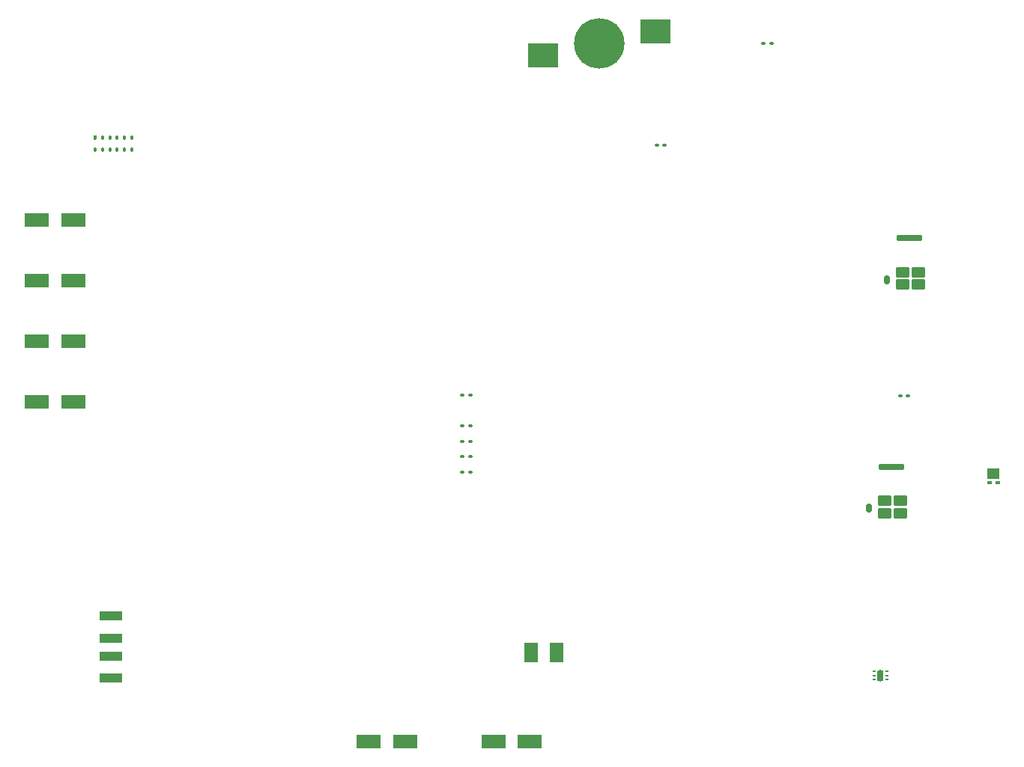
<source format=gbr>
%TF.GenerationSoftware,KiCad,Pcbnew,9.0.2*%
%TF.CreationDate,2025-05-15T00:42:05-04:00*%
%TF.ProjectId,ProjectScematic_PCBv2,50726f6a-6563-4745-9363-656d61746963,rev?*%
%TF.SameCoordinates,Original*%
%TF.FileFunction,Paste,Top*%
%TF.FilePolarity,Positive*%
%FSLAX46Y46*%
G04 Gerber Fmt 4.6, Leading zero omitted, Abs format (unit mm)*
G04 Created by KiCad (PCBNEW 9.0.2) date 2025-05-15 00:42:05*
%MOMM*%
%LPD*%
G01*
G04 APERTURE LIST*
G04 Aperture macros list*
%AMRoundRect*
0 Rectangle with rounded corners*
0 $1 Rounding radius*
0 $2 $3 $4 $5 $6 $7 $8 $9 X,Y pos of 4 corners*
0 Add a 4 corners polygon primitive as box body*
4,1,4,$2,$3,$4,$5,$6,$7,$8,$9,$2,$3,0*
0 Add four circle primitives for the rounded corners*
1,1,$1+$1,$2,$3*
1,1,$1+$1,$4,$5*
1,1,$1+$1,$6,$7*
1,1,$1+$1,$8,$9*
0 Add four rect primitives between the rounded corners*
20,1,$1+$1,$2,$3,$4,$5,0*
20,1,$1+$1,$4,$5,$6,$7,0*
20,1,$1+$1,$6,$7,$8,$9,0*
20,1,$1+$1,$8,$9,$2,$3,0*%
%AMOutline5P*
0 Free polygon, 5 corners , with rotation*
0 The origin of the aperture is its center*
0 number of corners: always 5*
0 $1 to $10 corner X, Y*
0 $11 Rotation angle, in degrees counterclockwise*
0 create outline with 5 corners*
4,1,5,$1,$2,$3,$4,$5,$6,$7,$8,$9,$10,$1,$2,$11*%
%AMOutline6P*
0 Free polygon, 6 corners , with rotation*
0 The origin of the aperture is its center*
0 number of corners: always 6*
0 $1 to $12 corner X, Y*
0 $13 Rotation angle, in degrees counterclockwise*
0 create outline with 6 corners*
4,1,6,$1,$2,$3,$4,$5,$6,$7,$8,$9,$10,$11,$12,$1,$2,$13*%
%AMOutline7P*
0 Free polygon, 7 corners , with rotation*
0 The origin of the aperture is its center*
0 number of corners: always 7*
0 $1 to $14 corner X, Y*
0 $15 Rotation angle, in degrees counterclockwise*
0 create outline with 7 corners*
4,1,7,$1,$2,$3,$4,$5,$6,$7,$8,$9,$10,$11,$12,$13,$14,$1,$2,$15*%
%AMOutline8P*
0 Free polygon, 8 corners , with rotation*
0 The origin of the aperture is its center*
0 number of corners: always 8*
0 $1 to $16 corner X, Y*
0 $17 Rotation angle, in degrees counterclockwise*
0 create outline with 8 corners*
4,1,8,$1,$2,$3,$4,$5,$6,$7,$8,$9,$10,$11,$12,$13,$14,$15,$16,$1,$2,$17*%
%AMFreePoly0*
4,1,14,0.100000,0.600000,0.350000,0.600000,0.350000,-0.600000,0.100000,-0.600000,0.100000,-0.650000,-0.100000,-0.650000,-0.100000,-0.600000,-0.350000,-0.600000,-0.350000,0.450000,-0.200000,0.600000,-0.100000,0.600000,-0.100000,0.650000,0.100000,0.650000,0.100000,0.600000,0.100000,0.600000,$1*%
G04 Aperture macros list end*
%ADD10Outline5P,-0.250000X0.175000X0.152000X0.175000X0.250000X0.077000X0.250000X-0.175000X-0.250000X-0.175000X270.000000*%
%ADD11RoundRect,0.087500X-0.087500X0.162500X-0.087500X-0.162500X0.087500X-0.162500X0.087500X0.162500X0*%
%ADD12RoundRect,0.062500X-0.112500X-0.062500X0.112500X-0.062500X0.112500X0.062500X-0.112500X0.062500X0*%
%ADD13FreePoly0,0.000000*%
%ADD14R,0.550000X0.380000*%
%ADD15R,1.400000X1.200000*%
%ADD16R,3.500000X2.700000*%
%ADD17C,5.700000*%
%ADD18RoundRect,0.250000X-1.137500X-0.550000X1.137500X-0.550000X1.137500X0.550000X-1.137500X0.550000X0*%
%ADD19RoundRect,0.090000X-0.139000X-0.090000X0.139000X-0.090000X0.139000X0.090000X-0.139000X0.090000X0*%
%ADD20R,1.550000X2.200000*%
%ADD21R,2.500000X1.100000*%
%ADD22RoundRect,0.250000X-0.540000X-0.367500X0.540000X-0.367500X0.540000X0.367500X-0.540000X0.367500X0*%
%ADD23RoundRect,0.150000X-1.315000X-0.150000X1.315000X-0.150000X1.315000X0.150000X-1.315000X0.150000X0*%
%ADD24RoundRect,0.150000X-0.150000X-0.350000X0.150000X-0.350000X0.150000X0.350000X-0.150000X0.350000X0*%
G04 APERTURE END LIST*
D10*
%TO.C,J1*%
X68000000Y-65690000D03*
D11*
X68820000Y-65690000D03*
X69640000Y-65690000D03*
X70460000Y-65690000D03*
X71280000Y-65690000D03*
X72100000Y-65690000D03*
X72100000Y-67000000D03*
X71280000Y-67000000D03*
X70460000Y-67000000D03*
X69640000Y-67000000D03*
X68820000Y-67000000D03*
X68000000Y-67000000D03*
%TD*%
D12*
%TO.C,RF1*%
X156000000Y-126000000D03*
X156000000Y-126500000D03*
X156000000Y-127000000D03*
X157450000Y-127000000D03*
X157450000Y-126500000D03*
X157450000Y-126000000D03*
D13*
X156725000Y-126500000D03*
%TD*%
D14*
%TO.C,DIO3*%
X169980000Y-104692500D03*
X169080000Y-104692500D03*
D15*
X169530000Y-103652500D03*
%TD*%
D16*
%TO.C,D4*%
X118650000Y-56350000D03*
X131350000Y-53650000D03*
D17*
X125000000Y-55000000D03*
%TD*%
D18*
%TO.C,C1*%
X113000000Y-134000000D03*
X117125000Y-134000000D03*
%TD*%
D19*
%TO.C,R1*%
X131475000Y-66500000D03*
X132340000Y-66500000D03*
%TD*%
D18*
%TO.C,C5*%
X61375000Y-88700000D03*
X65500000Y-88700000D03*
%TD*%
D19*
%TO.C,R6*%
X109500000Y-101750000D03*
X110365000Y-101750000D03*
%TD*%
D18*
%TO.C,C3*%
X61375000Y-75000000D03*
X65500000Y-75000000D03*
%TD*%
%TO.C,C2*%
X98875000Y-134000000D03*
X103000000Y-134000000D03*
%TD*%
D19*
%TO.C,R7*%
X109500000Y-103500000D03*
X110365000Y-103500000D03*
%TD*%
%TO.C,R5*%
X109500000Y-100000000D03*
X110365000Y-100000000D03*
%TD*%
D20*
%TO.C,D2*%
X120130000Y-123927500D03*
X117280000Y-123927500D03*
%TD*%
D18*
%TO.C,C4*%
X61375000Y-81850000D03*
X65500000Y-81850000D03*
%TD*%
D21*
%TO.C,J3*%
X69750000Y-119800000D03*
X69750000Y-122300000D03*
X69750000Y-124300000D03*
X69750000Y-126800000D03*
%TD*%
D19*
%TO.C,R4*%
X109500000Y-98250000D03*
X110365000Y-98250000D03*
%TD*%
D18*
%TO.C,C6*%
X61375000Y-95550000D03*
X65500000Y-95550000D03*
%TD*%
D22*
%TO.C,Q1*%
X159250000Y-80862500D03*
X159250000Y-82297500D03*
X161030000Y-80862500D03*
X161030000Y-82297500D03*
D23*
X160000000Y-77000000D03*
D24*
X157460000Y-81720000D03*
%TD*%
D19*
%TO.C,R2*%
X109500000Y-94750000D03*
X110365000Y-94750000D03*
%TD*%
%TO.C,R8*%
X158970000Y-94875000D03*
X159835000Y-94875000D03*
%TD*%
%TO.C,R3*%
X143532500Y-54987500D03*
X144397500Y-54987500D03*
%TD*%
D22*
%TO.C,Q2*%
X157220000Y-106737500D03*
X157220000Y-108172500D03*
X159000000Y-106737500D03*
X159000000Y-108172500D03*
D23*
X157970000Y-102875000D03*
D24*
X155430000Y-107595000D03*
%TD*%
M02*

</source>
